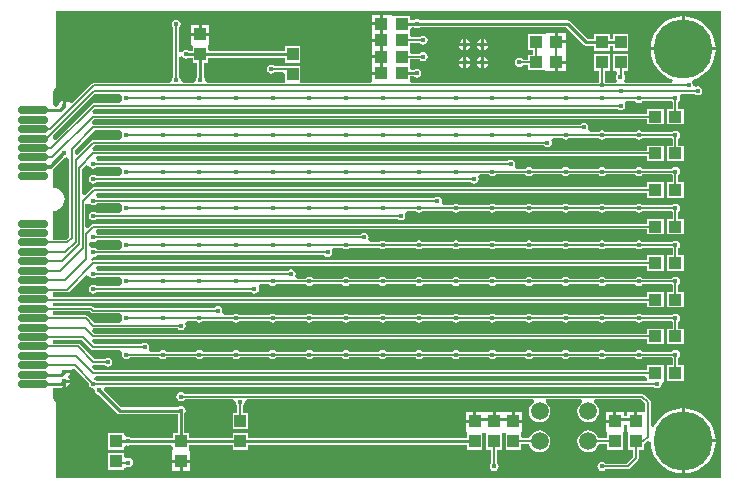
<source format=gbl>
G04 Layer_Physical_Order=2*
G04 Layer_Color=16711680*
%FSLAX25Y25*%
%MOIN*%
G70*
G01*
G75*
G04:AMPARAMS|DCode=13|XSize=23.62mil|YSize=100.39mil|CornerRadius=5.91mil|HoleSize=0mil|Usage=FLASHONLY|Rotation=270.000|XOffset=0mil|YOffset=0mil|HoleType=Round|Shape=RoundedRectangle|*
%AMROUNDEDRECTD13*
21,1,0.02362,0.08858,0,0,270.0*
21,1,0.01181,0.10039,0,0,270.0*
1,1,0.01181,-0.04429,-0.00591*
1,1,0.01181,-0.04429,0.00591*
1,1,0.01181,0.04429,0.00591*
1,1,0.01181,0.04429,-0.00591*
%
%ADD13ROUNDEDRECTD13*%
%ADD22C,0.01200*%
%ADD23C,0.01000*%
%ADD24C,0.00600*%
%ADD29C,0.19685*%
%ADD30C,0.05906*%
%ADD31C,0.01772*%
%ADD32R,0.03937X0.04331*%
%ADD33R,0.04331X0.03937*%
G36*
X558173Y331036D02*
X336583D01*
Y355118D01*
X336600D01*
X336461Y356175D01*
X336053Y357160D01*
X335665Y357666D01*
Y361280D01*
X338386D01*
X338386Y361280D01*
X338815Y361365D01*
X338894Y361418D01*
Y363409D01*
X339394D01*
Y363910D01*
X341217D01*
X341170Y364145D01*
X340753Y364769D01*
Y365156D01*
X341170Y365780D01*
X341217Y366016D01*
X339394D01*
Y367016D01*
X341617D01*
X341931Y367447D01*
X342815Y367513D01*
X347600Y362728D01*
X347564Y362547D01*
X347679Y361967D01*
X348007Y361476D01*
X348499Y361148D01*
X349079Y361032D01*
X349552Y360347D01*
X349667Y359767D01*
X349996Y359275D01*
X350487Y358947D01*
X350978Y358849D01*
X357039Y352788D01*
X357039Y352788D01*
X357403Y352545D01*
X357832Y352460D01*
X377179D01*
Y346165D01*
X375731D01*
Y344521D01*
X361785D01*
X361369Y344800D01*
X360789Y344915D01*
X360253Y344808D01*
X360202Y344804D01*
X359253Y345363D01*
Y346165D01*
X354116D01*
Y340635D01*
X359253D01*
Y341437D01*
X360202Y341996D01*
X360253Y341992D01*
X360789Y341885D01*
X361369Y342000D01*
X361785Y342279D01*
X375024D01*
X375731Y341571D01*
X375731Y340707D01*
X375331Y339872D01*
X375331Y339800D01*
Y337207D01*
X381269D01*
Y339800D01*
X381269Y339872D01*
X380869Y340707D01*
X380869Y340872D01*
Y342279D01*
X395532D01*
Y340635D01*
X400668D01*
Y342279D01*
X473631D01*
Y340635D01*
X478768D01*
Y345928D01*
X478768Y346093D01*
X478870Y346306D01*
X479980D01*
X480082Y346093D01*
X480082Y345928D01*
Y340635D01*
X481732D01*
Y336207D01*
X481579Y336104D01*
X481250Y335613D01*
X481135Y335033D01*
X481250Y334453D01*
X481579Y333962D01*
X482070Y333633D01*
X482650Y333518D01*
X483230Y333633D01*
X483721Y333962D01*
X484050Y334453D01*
X484165Y335033D01*
X484050Y335613D01*
X483721Y336104D01*
X483568Y336207D01*
Y340635D01*
X485218D01*
Y345928D01*
X485218Y346093D01*
X485321Y346306D01*
X486430D01*
X486531Y346093D01*
X486531Y345928D01*
Y340635D01*
X491669D01*
Y342482D01*
X494396D01*
X494397Y342473D01*
X494755Y341608D01*
X495324Y340866D01*
X496067Y340297D01*
X496931Y339939D01*
X497858Y339817D01*
X498786Y339939D01*
X499650Y340297D01*
X500392Y340866D01*
X500962Y341608D01*
X501320Y342473D01*
X501442Y343400D01*
X501320Y344327D01*
X500962Y345192D01*
X500392Y345934D01*
X499650Y346503D01*
X498786Y346861D01*
X497858Y346983D01*
X496931Y346861D01*
X496067Y346503D01*
X495324Y345934D01*
X494755Y345192D01*
X494397Y344327D01*
X494396Y344318D01*
X492376D01*
X491669Y345025D01*
X491669Y346093D01*
X492068Y346928D01*
X492068Y347000D01*
Y349593D01*
X489100D01*
Y350093D01*
X488600D01*
Y353258D01*
X486131D01*
Y353258D01*
X485618D01*
Y353258D01*
X483150D01*
Y350093D01*
X482150D01*
Y353258D01*
X479681D01*
Y353258D01*
X479169D01*
Y353258D01*
X476700D01*
Y350093D01*
X476200D01*
Y349593D01*
X473232D01*
Y347000D01*
X473232Y346928D01*
X473631Y346093D01*
X473631Y345928D01*
Y344521D01*
X400668D01*
Y346165D01*
X395532D01*
Y344521D01*
X380869D01*
Y346165D01*
X379421D01*
Y352585D01*
X379700Y353001D01*
X379815Y353581D01*
X379700Y354161D01*
X379371Y354652D01*
X378880Y354981D01*
X378300Y355096D01*
X377720Y354981D01*
X377304Y354703D01*
X358297D01*
X352564Y360435D01*
X352525Y360630D01*
X352992Y361430D01*
X353199Y361630D01*
X535834D01*
X535937Y361476D01*
X536428Y361148D01*
X537008Y361032D01*
X537588Y361148D01*
X538079Y361476D01*
X538408Y361967D01*
X538523Y362547D01*
X538518Y362573D01*
X539183Y363573D01*
X539183D01*
X539183Y363573D01*
Y368710D01*
X533652D01*
Y367059D01*
X349459D01*
X348630Y367888D01*
X349041Y368741D01*
X349114Y368819D01*
X352763D01*
X352866Y368665D01*
X353357Y368337D01*
X353937Y368221D01*
X354517Y368337D01*
X355008Y368665D01*
X355337Y369157D01*
X355452Y369736D01*
X355337Y370316D01*
X355008Y370807D01*
X354517Y371136D01*
X353937Y371251D01*
X353357Y371136D01*
X352866Y370807D01*
X352763Y370654D01*
X349459D01*
X344464Y375649D01*
X344166Y375848D01*
X343815Y375918D01*
X335665D01*
Y377232D01*
X345301D01*
X348430Y374103D01*
X348728Y373904D01*
X349079Y373834D01*
X358112D01*
X358647Y372834D01*
X358640Y372824D01*
X358524Y372244D01*
X358640Y371664D01*
X358968Y371173D01*
X359460Y370845D01*
X360039Y370729D01*
X360619Y370845D01*
X361111Y371173D01*
X361213Y371326D01*
X371070D01*
X371173Y371173D01*
X371664Y370845D01*
X372244Y370729D01*
X372824Y370845D01*
X373315Y371173D01*
X373418Y371326D01*
X383275D01*
X383378Y371173D01*
X383869Y370845D01*
X384449Y370729D01*
X385029Y370845D01*
X385520Y371173D01*
X385623Y371326D01*
X395480D01*
X395582Y371173D01*
X396074Y370845D01*
X396654Y370729D01*
X397233Y370845D01*
X397725Y371173D01*
X397827Y371326D01*
X407684D01*
X407787Y371173D01*
X408279Y370845D01*
X408858Y370729D01*
X409438Y370845D01*
X409930Y371173D01*
X410032Y371326D01*
X419889D01*
X419992Y371173D01*
X420483Y370845D01*
X421063Y370729D01*
X421643Y370845D01*
X422134Y371173D01*
X422237Y371326D01*
X432094D01*
X432197Y371173D01*
X432688Y370845D01*
X433268Y370729D01*
X433848Y370845D01*
X434339Y371173D01*
X434442Y371326D01*
X444299D01*
X444401Y371173D01*
X444893Y370845D01*
X445472Y370729D01*
X446052Y370845D01*
X446544Y371173D01*
X446646Y371326D01*
X456503D01*
X456606Y371173D01*
X457097Y370845D01*
X457677Y370729D01*
X458257Y370845D01*
X458748Y371173D01*
X458851Y371326D01*
X468708D01*
X468811Y371173D01*
X469302Y370845D01*
X469882Y370729D01*
X470462Y370845D01*
X470953Y371173D01*
X471056Y371326D01*
X480913D01*
X481015Y371173D01*
X481507Y370845D01*
X482087Y370729D01*
X482666Y370845D01*
X483158Y371173D01*
X483260Y371326D01*
X493118D01*
X493220Y371173D01*
X493712Y370845D01*
X494291Y370729D01*
X494871Y370845D01*
X495363Y371173D01*
X495465Y371326D01*
X505322D01*
X505425Y371173D01*
X505916Y370845D01*
X506496Y370729D01*
X507076Y370845D01*
X507567Y371173D01*
X507670Y371326D01*
X517527D01*
X517630Y371173D01*
X518121Y370845D01*
X518701Y370729D01*
X519280Y370845D01*
X519772Y371173D01*
X519875Y371326D01*
X529732D01*
X529834Y371173D01*
X530326Y370845D01*
X530905Y370729D01*
X531485Y370845D01*
X531977Y371173D01*
X532079Y371326D01*
X541936D01*
X542039Y371173D01*
X542193Y371070D01*
Y368710D01*
X540345D01*
Y363573D01*
X545876D01*
Y368710D01*
X544028D01*
Y371070D01*
X544181Y371173D01*
X544510Y371664D01*
X544625Y372244D01*
X544510Y372824D01*
X544181Y373315D01*
X543690Y373644D01*
X543110Y373759D01*
X542530Y373644D01*
X542039Y373315D01*
X541936Y373162D01*
X532079D01*
X531977Y373315D01*
X531485Y373644D01*
X530905Y373759D01*
X530326Y373644D01*
X529834Y373315D01*
X529732Y373162D01*
X519875D01*
X519772Y373315D01*
X519280Y373644D01*
X518701Y373759D01*
X518121Y373644D01*
X517630Y373315D01*
X517527Y373162D01*
X507670D01*
X507567Y373315D01*
X507076Y373644D01*
X506496Y373759D01*
X505916Y373644D01*
X505425Y373315D01*
X505322Y373162D01*
X495465D01*
X495363Y373315D01*
X494871Y373644D01*
X494291Y373759D01*
X493712Y373644D01*
X493220Y373315D01*
X493118Y373162D01*
X483260D01*
X483158Y373315D01*
X482666Y373644D01*
X482087Y373759D01*
X481507Y373644D01*
X481015Y373315D01*
X480913Y373162D01*
X471056D01*
X470953Y373315D01*
X470462Y373644D01*
X469882Y373759D01*
X469302Y373644D01*
X468811Y373315D01*
X468708Y373162D01*
X458851D01*
X458748Y373315D01*
X458257Y373644D01*
X457677Y373759D01*
X457097Y373644D01*
X456606Y373315D01*
X456503Y373162D01*
X446646D01*
X446544Y373315D01*
X446052Y373644D01*
X445472Y373759D01*
X444893Y373644D01*
X444401Y373315D01*
X444299Y373162D01*
X434442D01*
X434339Y373315D01*
X433848Y373644D01*
X433268Y373759D01*
X432688Y373644D01*
X432197Y373315D01*
X432094Y373162D01*
X422237D01*
X422134Y373315D01*
X421643Y373644D01*
X421063Y373759D01*
X420483Y373644D01*
X419992Y373315D01*
X419889Y373162D01*
X410032D01*
X409930Y373315D01*
X409438Y373644D01*
X408858Y373759D01*
X408279Y373644D01*
X407787Y373315D01*
X407684Y373162D01*
X397827D01*
X397725Y373315D01*
X397233Y373644D01*
X396654Y373759D01*
X396074Y373644D01*
X395582Y373315D01*
X395480Y373162D01*
X385623D01*
X385520Y373315D01*
X385029Y373644D01*
X384449Y373759D01*
X383869Y373644D01*
X383378Y373315D01*
X383275Y373162D01*
X373418D01*
X373315Y373315D01*
X372824Y373644D01*
X372244Y373759D01*
X371664Y373644D01*
X371173Y373315D01*
X371070Y373162D01*
X368069D01*
X367534Y374162D01*
X367541Y374172D01*
X367657Y374752D01*
X367541Y375332D01*
X367213Y375823D01*
X366722Y376152D01*
X366142Y376267D01*
X365562Y376152D01*
X365071Y375823D01*
X364968Y375670D01*
X349459D01*
X348630Y376499D01*
X349041Y377351D01*
X349114Y377429D01*
X533652D01*
Y375778D01*
X539183D01*
Y380915D01*
X533652D01*
Y379264D01*
X349459D01*
X348630Y380093D01*
X349041Y380945D01*
X349114Y381023D01*
X377173D01*
X377275Y380870D01*
X377767Y380541D01*
X378346Y380426D01*
X378926Y380541D01*
X379418Y380870D01*
X379746Y381361D01*
X379861Y381941D01*
X379746Y382521D01*
X379739Y382531D01*
X380274Y383531D01*
X383275D01*
X383378Y383378D01*
X383869Y383049D01*
X384449Y382934D01*
X385029Y383049D01*
X385520Y383378D01*
X385623Y383531D01*
X395480D01*
X395582Y383378D01*
X396074Y383049D01*
X396654Y382934D01*
X397233Y383049D01*
X397725Y383378D01*
X397827Y383531D01*
X407684D01*
X407787Y383378D01*
X408279Y383049D01*
X408858Y382934D01*
X409438Y383049D01*
X409930Y383378D01*
X410032Y383531D01*
X419889D01*
X419992Y383378D01*
X420483Y383049D01*
X421063Y382934D01*
X421643Y383049D01*
X422134Y383378D01*
X422237Y383531D01*
X432094D01*
X432197Y383378D01*
X432688Y383049D01*
X433268Y382934D01*
X433848Y383049D01*
X434339Y383378D01*
X434442Y383531D01*
X444299D01*
X444401Y383378D01*
X444893Y383049D01*
X445472Y382934D01*
X446052Y383049D01*
X446544Y383378D01*
X446646Y383531D01*
X456503D01*
X456606Y383378D01*
X457097Y383049D01*
X457677Y382934D01*
X458257Y383049D01*
X458748Y383378D01*
X458851Y383531D01*
X468708D01*
X468811Y383378D01*
X469302Y383049D01*
X469882Y382934D01*
X470462Y383049D01*
X470953Y383378D01*
X471056Y383531D01*
X480913D01*
X481015Y383378D01*
X481507Y383049D01*
X482087Y382934D01*
X482666Y383049D01*
X483158Y383378D01*
X483260Y383531D01*
X493118D01*
X493220Y383378D01*
X493712Y383049D01*
X494291Y382934D01*
X494871Y383049D01*
X495363Y383378D01*
X495465Y383531D01*
X505322D01*
X505425Y383378D01*
X505916Y383049D01*
X506496Y382934D01*
X507076Y383049D01*
X507567Y383378D01*
X507670Y383531D01*
X517527D01*
X517630Y383378D01*
X518121Y383049D01*
X518701Y382934D01*
X519280Y383049D01*
X519772Y383378D01*
X519875Y383531D01*
X529732D01*
X529834Y383378D01*
X530326Y383049D01*
X530905Y382934D01*
X531485Y383049D01*
X531977Y383378D01*
X532079Y383531D01*
X541936D01*
X542039Y383378D01*
X542193Y383275D01*
Y380915D01*
X540345D01*
Y375778D01*
X545876D01*
Y380915D01*
X544028D01*
Y383275D01*
X544181Y383378D01*
X544510Y383869D01*
X544625Y384449D01*
X544510Y385029D01*
X544181Y385520D01*
X543690Y385848D01*
X543110Y385964D01*
X542530Y385848D01*
X542039Y385520D01*
X541936Y385366D01*
X532079D01*
X531977Y385520D01*
X531485Y385848D01*
X530905Y385964D01*
X530326Y385848D01*
X529834Y385520D01*
X529732Y385366D01*
X519875D01*
X519772Y385520D01*
X519280Y385848D01*
X518701Y385964D01*
X518121Y385848D01*
X517630Y385520D01*
X517527Y385366D01*
X507670D01*
X507567Y385520D01*
X507076Y385848D01*
X506496Y385964D01*
X505916Y385848D01*
X505425Y385520D01*
X505322Y385366D01*
X495465D01*
X495363Y385520D01*
X494871Y385848D01*
X494291Y385964D01*
X493712Y385848D01*
X493220Y385520D01*
X493118Y385366D01*
X483260D01*
X483158Y385520D01*
X482666Y385848D01*
X482087Y385964D01*
X481507Y385848D01*
X481015Y385520D01*
X480913Y385366D01*
X471056D01*
X470953Y385520D01*
X470462Y385848D01*
X469882Y385964D01*
X469302Y385848D01*
X468811Y385520D01*
X468708Y385366D01*
X458851D01*
X458748Y385520D01*
X458257Y385848D01*
X457677Y385964D01*
X457097Y385848D01*
X456606Y385520D01*
X456503Y385366D01*
X446646D01*
X446544Y385520D01*
X446052Y385848D01*
X445472Y385964D01*
X444893Y385848D01*
X444401Y385520D01*
X444299Y385366D01*
X434442D01*
X434339Y385520D01*
X433848Y385848D01*
X433268Y385964D01*
X432688Y385848D01*
X432197Y385520D01*
X432094Y385366D01*
X422237D01*
X422134Y385520D01*
X421643Y385848D01*
X421063Y385964D01*
X420483Y385848D01*
X419992Y385520D01*
X419889Y385366D01*
X410032D01*
X409930Y385520D01*
X409438Y385848D01*
X408858Y385964D01*
X408279Y385848D01*
X407787Y385520D01*
X407684Y385366D01*
X397827D01*
X397725Y385520D01*
X397233Y385848D01*
X396654Y385964D01*
X396074Y385848D01*
X395582Y385520D01*
X395480Y385366D01*
X392478D01*
X391944Y386366D01*
X391951Y386377D01*
X392066Y386957D01*
X391951Y387536D01*
X391622Y388028D01*
X391131Y388356D01*
X390551Y388472D01*
X389971Y388356D01*
X389480Y388028D01*
X389377Y387874D01*
X349459D01*
X349086Y388247D01*
X348788Y388446D01*
X348437Y388516D01*
X335665D01*
Y389633D01*
X533652D01*
Y387983D01*
X539183D01*
Y393120D01*
X533652D01*
Y391469D01*
X335665D01*
Y392980D01*
X340220D01*
X340572Y393050D01*
X340869Y393249D01*
X346584Y398963D01*
X347669Y398634D01*
X347679Y398582D01*
X348007Y398090D01*
X348499Y397762D01*
X349079Y397646D01*
X349658Y397762D01*
X350150Y398090D01*
X350253Y398244D01*
X358112D01*
X358647Y397244D01*
X358640Y397233D01*
X358524Y396654D01*
X358640Y396074D01*
X358647Y396063D01*
X358112Y395063D01*
X350253D01*
X350150Y395217D01*
X349658Y395545D01*
X349079Y395661D01*
X348499Y395545D01*
X348007Y395217D01*
X347679Y394725D01*
X347564Y394146D01*
X347679Y393566D01*
X348007Y393074D01*
X348499Y392746D01*
X349079Y392631D01*
X349658Y392746D01*
X350150Y393074D01*
X350253Y393228D01*
X401582Y393228D01*
X401685Y393074D01*
X402176Y392746D01*
X402756Y392631D01*
X403336Y392746D01*
X403827Y393074D01*
X404155Y393566D01*
X404271Y394146D01*
X404155Y394725D01*
X404148Y394736D01*
X404683Y395736D01*
X407684D01*
X407787Y395582D01*
X408279Y395254D01*
X408858Y395139D01*
X409438Y395254D01*
X409930Y395582D01*
X410032Y395736D01*
X419889D01*
X419992Y395582D01*
X420483Y395254D01*
X421063Y395139D01*
X421643Y395254D01*
X422134Y395582D01*
X422237Y395736D01*
X432094D01*
X432197Y395582D01*
X432688Y395254D01*
X433268Y395139D01*
X433848Y395254D01*
X434339Y395582D01*
X434442Y395736D01*
X444299D01*
X444401Y395582D01*
X444893Y395254D01*
X445472Y395139D01*
X446052Y395254D01*
X446544Y395582D01*
X446646Y395736D01*
X456503D01*
X456606Y395582D01*
X457097Y395254D01*
X457677Y395139D01*
X458257Y395254D01*
X458748Y395582D01*
X458851Y395736D01*
X468708D01*
X468811Y395582D01*
X469302Y395254D01*
X469882Y395139D01*
X470462Y395254D01*
X470953Y395582D01*
X471056Y395736D01*
X480913D01*
X481015Y395582D01*
X481507Y395254D01*
X482087Y395139D01*
X482666Y395254D01*
X483158Y395582D01*
X483260Y395736D01*
X493118D01*
X493220Y395582D01*
X493712Y395254D01*
X494291Y395139D01*
X494871Y395254D01*
X495363Y395582D01*
X495465Y395736D01*
X505322D01*
X505425Y395582D01*
X505916Y395254D01*
X506496Y395139D01*
X507076Y395254D01*
X507567Y395582D01*
X507670Y395736D01*
X517527D01*
X517630Y395582D01*
X518121Y395254D01*
X518701Y395139D01*
X519280Y395254D01*
X519772Y395582D01*
X519875Y395736D01*
X529732D01*
X529834Y395582D01*
X530326Y395254D01*
X530905Y395139D01*
X531485Y395254D01*
X531977Y395582D01*
X532079Y395736D01*
X541936D01*
X542039Y395582D01*
X542193Y395480D01*
Y393120D01*
X540345D01*
Y387983D01*
X545876D01*
Y393120D01*
X544028D01*
Y395480D01*
X544181Y395582D01*
X544510Y396074D01*
X544625Y396654D01*
X544510Y397233D01*
X544181Y397725D01*
X543690Y398053D01*
X543110Y398168D01*
X542530Y398053D01*
X542039Y397725D01*
X541936Y397571D01*
X532079D01*
X531977Y397725D01*
X531485Y398053D01*
X530905Y398168D01*
X530326Y398053D01*
X529834Y397725D01*
X529732Y397571D01*
X519875D01*
X519772Y397725D01*
X519280Y398053D01*
X518701Y398168D01*
X518121Y398053D01*
X517630Y397725D01*
X517527Y397571D01*
X507670D01*
X507567Y397725D01*
X507076Y398053D01*
X506496Y398168D01*
X505916Y398053D01*
X505425Y397725D01*
X505322Y397571D01*
X495465D01*
X495363Y397725D01*
X494871Y398053D01*
X494291Y398168D01*
X493712Y398053D01*
X493220Y397725D01*
X493118Y397571D01*
X483260D01*
X483158Y397725D01*
X482666Y398053D01*
X482087Y398168D01*
X481507Y398053D01*
X481015Y397725D01*
X480913Y397571D01*
X471056D01*
X470953Y397725D01*
X470462Y398053D01*
X469882Y398168D01*
X469302Y398053D01*
X468811Y397725D01*
X468708Y397571D01*
X458851D01*
X458748Y397725D01*
X458257Y398053D01*
X457677Y398168D01*
X457097Y398053D01*
X456606Y397725D01*
X456503Y397571D01*
X446646D01*
X446544Y397725D01*
X446052Y398053D01*
X445472Y398168D01*
X444893Y398053D01*
X444401Y397725D01*
X444299Y397571D01*
X434442D01*
X434339Y397725D01*
X433848Y398053D01*
X433268Y398168D01*
X432688Y398053D01*
X432197Y397725D01*
X432094Y397571D01*
X422237D01*
X422134Y397725D01*
X421643Y398053D01*
X421063Y398168D01*
X420483Y398053D01*
X419992Y397725D01*
X419889Y397571D01*
X416888D01*
X416353Y398571D01*
X416360Y398582D01*
X416476Y399161D01*
X416360Y399741D01*
X416032Y400233D01*
X415540Y400561D01*
X414961Y400676D01*
X414381Y400561D01*
X413889Y400233D01*
X413787Y400079D01*
X350253D01*
X350150Y400233D01*
X349974Y401430D01*
X349983Y401455D01*
X350267Y401838D01*
X533652D01*
Y400187D01*
X539183D01*
Y405324D01*
X533652D01*
Y403674D01*
X349079D01*
X348852Y403628D01*
X348397Y404077D01*
X348278Y404249D01*
X348469Y404478D01*
X349014Y404848D01*
X349079Y404836D01*
X349658Y404951D01*
X350150Y405279D01*
X350253Y405433D01*
X425991D01*
X426094Y405279D01*
X426586Y404951D01*
X427165Y404836D01*
X427745Y404951D01*
X428237Y405279D01*
X428565Y405771D01*
X428680Y406350D01*
X428565Y406930D01*
X428558Y406941D01*
X429093Y407941D01*
X432094D01*
X432197Y407787D01*
X432688Y407459D01*
X433268Y407343D01*
X433848Y407459D01*
X434339Y407787D01*
X434442Y407941D01*
X444299D01*
X444401Y407787D01*
X444893Y407459D01*
X445472Y407343D01*
X446052Y407459D01*
X446544Y407787D01*
X446646Y407941D01*
X456503D01*
X456606Y407787D01*
X457097Y407459D01*
X457677Y407343D01*
X458257Y407459D01*
X458748Y407787D01*
X458851Y407941D01*
X468708D01*
X468811Y407787D01*
X469302Y407459D01*
X469882Y407343D01*
X470462Y407459D01*
X470953Y407787D01*
X471056Y407941D01*
X480913D01*
X481015Y407787D01*
X481507Y407459D01*
X482087Y407343D01*
X482666Y407459D01*
X483158Y407787D01*
X483260Y407941D01*
X493118D01*
X493220Y407787D01*
X493712Y407459D01*
X494291Y407343D01*
X494871Y407459D01*
X495363Y407787D01*
X495465Y407941D01*
X505322D01*
X505425Y407787D01*
X505916Y407459D01*
X506496Y407343D01*
X507076Y407459D01*
X507567Y407787D01*
X507670Y407941D01*
X517527D01*
X517630Y407787D01*
X518121Y407459D01*
X518701Y407343D01*
X519280Y407459D01*
X519772Y407787D01*
X519875Y407941D01*
X529732D01*
X529834Y407787D01*
X530326Y407459D01*
X530905Y407343D01*
X531485Y407459D01*
X531977Y407787D01*
X532079Y407941D01*
X541936D01*
X542039Y407787D01*
X542193Y407684D01*
Y405324D01*
X540345D01*
Y400187D01*
X545876D01*
Y405324D01*
X544028D01*
Y407684D01*
X544181Y407787D01*
X544510Y408279D01*
X544625Y408858D01*
X544510Y409438D01*
X544181Y409930D01*
X543690Y410258D01*
X543110Y410373D01*
X542530Y410258D01*
X542039Y409930D01*
X541936Y409776D01*
X532079D01*
X531977Y409930D01*
X531485Y410258D01*
X530905Y410373D01*
X530326Y410258D01*
X529834Y409930D01*
X529732Y409776D01*
X519875D01*
X519772Y409930D01*
X519280Y410258D01*
X518701Y410373D01*
X518121Y410258D01*
X517630Y409930D01*
X517527Y409776D01*
X507670D01*
X507567Y409930D01*
X507076Y410258D01*
X506496Y410373D01*
X505916Y410258D01*
X505425Y409930D01*
X505322Y409776D01*
X495465D01*
X495363Y409930D01*
X494871Y410258D01*
X494291Y410373D01*
X493712Y410258D01*
X493220Y409930D01*
X493118Y409776D01*
X483260D01*
X483158Y409930D01*
X482666Y410258D01*
X482087Y410373D01*
X481507Y410258D01*
X481015Y409930D01*
X480913Y409776D01*
X471056D01*
X470953Y409930D01*
X470462Y410258D01*
X469882Y410373D01*
X469302Y410258D01*
X468811Y409930D01*
X468708Y409776D01*
X458851D01*
X458748Y409930D01*
X458257Y410258D01*
X457677Y410373D01*
X457097Y410258D01*
X456606Y409930D01*
X456503Y409776D01*
X446646D01*
X446544Y409930D01*
X446052Y410258D01*
X445472Y410373D01*
X444893Y410258D01*
X444401Y409930D01*
X444299Y409776D01*
X441297D01*
X440763Y410776D01*
X440770Y410786D01*
X440885Y411366D01*
X440770Y411946D01*
X440441Y412437D01*
X439950Y412766D01*
X439370Y412881D01*
X438790Y412766D01*
X438299Y412437D01*
X438196Y412284D01*
X350253D01*
X350150Y412437D01*
X349974Y413634D01*
X349983Y413660D01*
X350267Y414043D01*
X533652D01*
Y412392D01*
X539183D01*
Y417529D01*
X533652D01*
Y415878D01*
X349079D01*
X348728Y415808D01*
X348430Y415610D01*
X347375Y414554D01*
X346451Y414937D01*
Y422313D01*
X346818Y422587D01*
X348007Y422500D01*
X348499Y422171D01*
X349079Y422056D01*
X349658Y422171D01*
X350150Y422500D01*
X350253Y422653D01*
X358112D01*
X358647Y421653D01*
X358640Y421643D01*
X358524Y421063D01*
X358640Y420483D01*
X358647Y420473D01*
X358112Y419473D01*
X350253D01*
X350150Y419626D01*
X349658Y419955D01*
X349079Y420070D01*
X348499Y419955D01*
X348007Y419626D01*
X347679Y419135D01*
X347564Y418555D01*
X347679Y417975D01*
X348007Y417484D01*
X348499Y417156D01*
X349079Y417040D01*
X349658Y417156D01*
X350150Y417484D01*
X350253Y417637D01*
X450401Y417637D01*
X450504Y417484D01*
X450995Y417156D01*
X451575Y417040D01*
X452155Y417156D01*
X452646Y417484D01*
X452974Y417975D01*
X453090Y418555D01*
X452974Y419135D01*
X452967Y419145D01*
X453502Y420145D01*
X456503D01*
X456606Y419992D01*
X457097Y419663D01*
X457677Y419548D01*
X458257Y419663D01*
X458748Y419992D01*
X458851Y420145D01*
X468708D01*
X468811Y419992D01*
X469302Y419663D01*
X469882Y419548D01*
X470462Y419663D01*
X470953Y419992D01*
X471056Y420145D01*
X480913D01*
X481015Y419992D01*
X481507Y419663D01*
X482087Y419548D01*
X482666Y419663D01*
X483158Y419992D01*
X483260Y420145D01*
X493118D01*
X493220Y419992D01*
X493712Y419663D01*
X494291Y419548D01*
X494871Y419663D01*
X495363Y419992D01*
X495465Y420145D01*
X505322D01*
X505425Y419992D01*
X505916Y419663D01*
X506496Y419548D01*
X507076Y419663D01*
X507567Y419992D01*
X507670Y420145D01*
X517527D01*
X517630Y419992D01*
X518121Y419663D01*
X518701Y419548D01*
X519280Y419663D01*
X519772Y419992D01*
X519875Y420145D01*
X529732D01*
X529834Y419992D01*
X530326Y419663D01*
X530905Y419548D01*
X531485Y419663D01*
X531977Y419992D01*
X532079Y420145D01*
X541936D01*
X542039Y419992D01*
X542193Y419889D01*
Y417529D01*
X540345D01*
Y412392D01*
X545876D01*
Y417529D01*
X544028D01*
Y419889D01*
X544181Y419992D01*
X544510Y420483D01*
X544625Y421063D01*
X544510Y421643D01*
X544181Y422134D01*
X543690Y422463D01*
X543110Y422578D01*
X542530Y422463D01*
X542039Y422134D01*
X541936Y421981D01*
X532079D01*
X531977Y422134D01*
X531485Y422463D01*
X530905Y422578D01*
X530326Y422463D01*
X529834Y422134D01*
X529732Y421981D01*
X519875D01*
X519772Y422134D01*
X519280Y422463D01*
X518701Y422578D01*
X518121Y422463D01*
X517630Y422134D01*
X517527Y421981D01*
X507670D01*
X507567Y422134D01*
X507076Y422463D01*
X506496Y422578D01*
X505916Y422463D01*
X505425Y422134D01*
X505322Y421981D01*
X495465D01*
X495363Y422134D01*
X494871Y422463D01*
X494291Y422578D01*
X493712Y422463D01*
X493220Y422134D01*
X493118Y421981D01*
X483260D01*
X483158Y422134D01*
X482666Y422463D01*
X482087Y422578D01*
X481507Y422463D01*
X481015Y422134D01*
X480913Y421981D01*
X471056D01*
X470953Y422134D01*
X470462Y422463D01*
X469882Y422578D01*
X469302Y422463D01*
X468811Y422134D01*
X468708Y421981D01*
X465707D01*
X465172Y422981D01*
X465179Y422991D01*
X465295Y423571D01*
X465179Y424151D01*
X464851Y424642D01*
X464359Y424970D01*
X463779Y425086D01*
X463200Y424970D01*
X462708Y424642D01*
X462606Y424488D01*
X350253Y424488D01*
X350150Y424642D01*
X350019Y425841D01*
X350322Y426248D01*
X533652D01*
Y424597D01*
X539183D01*
Y429734D01*
X533652D01*
Y428083D01*
X349150D01*
X348798Y428013D01*
X348501Y427814D01*
X346175Y425488D01*
X345251Y425871D01*
Y434244D01*
X346584Y435577D01*
X347669Y435248D01*
X347679Y435196D01*
X348007Y434704D01*
X348499Y434376D01*
X349079Y434261D01*
X349658Y434376D01*
X350150Y434704D01*
X350253Y434858D01*
X358112D01*
X358647Y433858D01*
X358640Y433848D01*
X358524Y433268D01*
X358640Y432688D01*
X358647Y432678D01*
X358112Y431677D01*
X350253D01*
X350150Y431831D01*
X349658Y432160D01*
X349079Y432275D01*
X348499Y432160D01*
X348007Y431831D01*
X347679Y431340D01*
X347564Y430760D01*
X347679Y430180D01*
X348007Y429689D01*
X348499Y429360D01*
X349079Y429245D01*
X349658Y429360D01*
X350150Y429689D01*
X350253Y429842D01*
X474810D01*
X474913Y429689D01*
X475405Y429360D01*
X475984Y429245D01*
X476564Y429360D01*
X477056Y429689D01*
X477384Y430180D01*
X477499Y430760D01*
X477384Y431340D01*
X477377Y431350D01*
X477911Y432350D01*
X480913D01*
X481015Y432197D01*
X481507Y431868D01*
X482087Y431753D01*
X482666Y431868D01*
X483158Y432197D01*
X483260Y432350D01*
X493118D01*
X493220Y432197D01*
X493712Y431868D01*
X494291Y431753D01*
X494871Y431868D01*
X495363Y432197D01*
X495465Y432350D01*
X505322D01*
X505425Y432197D01*
X505916Y431868D01*
X506496Y431753D01*
X507076Y431868D01*
X507567Y432197D01*
X507670Y432350D01*
X517527D01*
X517630Y432197D01*
X518121Y431868D01*
X518701Y431753D01*
X519280Y431868D01*
X519772Y432197D01*
X519875Y432350D01*
X529732D01*
X529834Y432197D01*
X530326Y431868D01*
X530905Y431753D01*
X531485Y431868D01*
X531977Y432197D01*
X532079Y432350D01*
X541936D01*
X542039Y432197D01*
X542193Y432094D01*
Y429734D01*
X540345D01*
Y424597D01*
X545876D01*
Y429734D01*
X544028D01*
Y432094D01*
X544181Y432197D01*
X544510Y432688D01*
X544625Y433268D01*
X544510Y433848D01*
X544181Y434339D01*
X543690Y434667D01*
X543110Y434783D01*
X542530Y434667D01*
X542039Y434339D01*
X541936Y434185D01*
X532079D01*
X531977Y434339D01*
X531485Y434667D01*
X530905Y434783D01*
X530326Y434667D01*
X529834Y434339D01*
X529732Y434185D01*
X519875D01*
X519772Y434339D01*
X519280Y434667D01*
X518701Y434783D01*
X518121Y434667D01*
X517630Y434339D01*
X517527Y434185D01*
X507670D01*
X507567Y434339D01*
X507076Y434667D01*
X506496Y434783D01*
X505916Y434667D01*
X505425Y434339D01*
X505322Y434185D01*
X495465D01*
X495363Y434339D01*
X494871Y434667D01*
X494291Y434783D01*
X493712Y434667D01*
X493220Y434339D01*
X493118Y434185D01*
X490116D01*
X489582Y435185D01*
X489589Y435196D01*
X489704Y435776D01*
X489589Y436355D01*
X489260Y436847D01*
X488769Y437175D01*
X488189Y437290D01*
X487609Y437175D01*
X487118Y436847D01*
X487015Y436693D01*
X350253D01*
X350150Y436847D01*
X349974Y438044D01*
X349983Y438069D01*
X350267Y438452D01*
X533652D01*
Y436802D01*
X539183D01*
Y441939D01*
X533652D01*
Y440288D01*
X349114D01*
X349041Y440366D01*
X348630Y441218D01*
X349459Y442047D01*
X499220D01*
X499323Y441893D01*
X499814Y441565D01*
X500394Y441450D01*
X500973Y441565D01*
X501465Y441893D01*
X501793Y442385D01*
X501909Y442965D01*
X501793Y443544D01*
X501786Y443555D01*
X502321Y444555D01*
X505322D01*
X505425Y444401D01*
X505916Y444073D01*
X506496Y443958D01*
X507076Y444073D01*
X507567Y444401D01*
X507670Y444555D01*
X517527D01*
X517630Y444401D01*
X518121Y444073D01*
X518701Y443958D01*
X519280Y444073D01*
X519772Y444401D01*
X519875Y444555D01*
X529732D01*
X529834Y444401D01*
X530326Y444073D01*
X530905Y443958D01*
X531485Y444073D01*
X531977Y444401D01*
X532079Y444555D01*
X541936D01*
X542039Y444401D01*
X542193Y444299D01*
Y441939D01*
X540345D01*
Y436802D01*
X545876D01*
Y441939D01*
X544028D01*
Y444299D01*
X544181Y444401D01*
X544510Y444893D01*
X544625Y445472D01*
X544510Y446052D01*
X544181Y446544D01*
X543690Y446872D01*
X543110Y446987D01*
X542530Y446872D01*
X542039Y446544D01*
X541936Y446390D01*
X532079D01*
X531977Y446544D01*
X531485Y446872D01*
X530905Y446987D01*
X530326Y446872D01*
X529834Y446544D01*
X529732Y446390D01*
X519875D01*
X519772Y446544D01*
X519280Y446872D01*
X518701Y446987D01*
X518121Y446872D01*
X517630Y446544D01*
X517527Y446390D01*
X514526D01*
X513991Y447390D01*
X513998Y447401D01*
X514113Y447980D01*
X513998Y448560D01*
X513670Y449052D01*
X513178Y449380D01*
X512598Y449495D01*
X512019Y449380D01*
X511527Y449052D01*
X511425Y448898D01*
X349079D01*
X349014Y448885D01*
X348605Y449457D01*
X348507Y449792D01*
X349372Y450657D01*
X533652D01*
Y449006D01*
X539183D01*
Y454143D01*
X533652D01*
Y452492D01*
X349185D01*
X348872Y452954D01*
X348740Y453462D01*
X349530Y454252D01*
X523629D01*
X523732Y454098D01*
X524223Y453770D01*
X524803Y453654D01*
X525383Y453770D01*
X525874Y454098D01*
X526203Y454590D01*
X526318Y455169D01*
X526203Y455749D01*
X526196Y455759D01*
X526730Y456760D01*
X529732D01*
X529834Y456606D01*
X530326Y456278D01*
X530905Y456162D01*
X531485Y456278D01*
X531977Y456606D01*
X532079Y456760D01*
X541936D01*
X542039Y456606D01*
X542193Y456503D01*
Y454143D01*
X540345D01*
Y449006D01*
X545876D01*
Y454143D01*
X544028D01*
Y456503D01*
X544181Y456606D01*
X544510Y457097D01*
X544625Y457677D01*
X544510Y458257D01*
X544503Y458267D01*
X545037Y459267D01*
X549408D01*
X549511Y459114D01*
X550002Y458785D01*
X550582Y458670D01*
X551162Y458785D01*
X551653Y459114D01*
X551982Y459605D01*
X552097Y460185D01*
X551982Y460765D01*
X551653Y461256D01*
X551162Y461585D01*
X550582Y461700D01*
X550002Y461585D01*
X549927Y461534D01*
X549420Y461775D01*
X548971Y462098D01*
X548880Y462556D01*
X548748Y462753D01*
X549000Y463771D01*
X549052Y463855D01*
X550628Y464508D01*
X552083Y465400D01*
X553381Y466508D01*
X554490Y467806D01*
X555381Y469261D01*
X556034Y470838D01*
X556433Y472497D01*
X556527Y473698D01*
X534854D01*
X534948Y472497D01*
X535347Y470838D01*
X536000Y469261D01*
X536892Y467806D01*
X538000Y466508D01*
X539298Y465400D01*
X540753Y464508D01*
X542330Y463855D01*
X542067Y462903D01*
X526324D01*
X526058Y463397D01*
X525925Y463904D01*
X526175Y464279D01*
X526291Y464858D01*
X526175Y465438D01*
X525874Y465888D01*
X526075Y466888D01*
X527368D01*
Y472419D01*
X522231D01*
Y466888D01*
X523369D01*
X523621Y466169D01*
X523677Y465888D01*
X523376Y465438D01*
X523261Y464858D01*
X523376Y464279D01*
X523627Y463904D01*
X523493Y463397D01*
X523227Y462903D01*
X519783D01*
X519671Y463071D01*
X519518Y463174D01*
Y466888D01*
X521169D01*
Y472419D01*
X516032D01*
Y466888D01*
X517682D01*
Y463174D01*
X517529Y463071D01*
X517417Y462903D01*
X455305D01*
X454565Y463531D01*
X454565Y463904D01*
Y464978D01*
X455904D01*
X456320Y464700D01*
X456900Y464585D01*
X457480Y464700D01*
X457971Y465029D01*
X458300Y465520D01*
X458415Y466100D01*
X458300Y466680D01*
X457971Y467171D01*
X457480Y467500D01*
X456900Y467615D01*
X456320Y467500D01*
X455904Y467222D01*
X455272D01*
X454565Y467929D01*
X454565Y468669D01*
X454565Y469668D01*
Y470682D01*
X457826D01*
X457929Y470529D01*
X458420Y470200D01*
X459000Y470085D01*
X459580Y470200D01*
X460071Y470529D01*
X460400Y471020D01*
X460515Y471600D01*
X460400Y472180D01*
X460071Y472671D01*
X459580Y473000D01*
X459000Y473115D01*
X458420Y473000D01*
X457929Y472671D01*
X457826Y472518D01*
X455272D01*
X454565Y473225D01*
X454565Y474184D01*
X454565Y475184D01*
Y476190D01*
X457826D01*
X457929Y476037D01*
X458420Y475708D01*
X459000Y475593D01*
X459580Y475708D01*
X460071Y476037D01*
X460400Y476528D01*
X460515Y477108D01*
X460400Y477688D01*
X460071Y478179D01*
X459580Y478508D01*
X459000Y478623D01*
X458420Y478508D01*
X457929Y478179D01*
X457826Y478025D01*
X455272D01*
X454565Y478733D01*
X454565Y479676D01*
X454565Y480771D01*
X455272Y481478D01*
X455904D01*
X456320Y481200D01*
X456900Y481085D01*
X457480Y481200D01*
X457896Y481478D01*
X506735D01*
X512661Y475553D01*
X512661Y475553D01*
X513024Y475310D01*
X513453Y475225D01*
X513454Y475225D01*
X516032D01*
Y473581D01*
X521169D01*
Y475225D01*
X522231D01*
Y473581D01*
X527368D01*
Y479112D01*
X522231D01*
Y477468D01*
X521169D01*
Y479112D01*
X516032D01*
Y477468D01*
X513918D01*
X507993Y483393D01*
X507629Y483636D01*
X507200Y483722D01*
X507200Y483722D01*
X457896D01*
X457480Y484000D01*
X456900Y484115D01*
X456320Y484000D01*
X455904Y483722D01*
X454565D01*
Y485169D01*
X449272D01*
X449107Y485169D01*
X448272Y485569D01*
X448200Y485569D01*
X445607D01*
Y482600D01*
X445107D01*
Y482100D01*
X441942D01*
Y479632D01*
Y477608D01*
X445107D01*
Y476608D01*
X441942D01*
Y474139D01*
Y472116D01*
X445107D01*
Y471116D01*
X441942D01*
Y468647D01*
Y466600D01*
X445107D01*
Y465600D01*
X441942D01*
X441942Y463132D01*
X441036Y462903D01*
X419052D01*
X418069Y462943D01*
X418069Y463904D01*
Y468474D01*
X412931D01*
Y468319D01*
X409574D01*
X409471Y468473D01*
X408980Y468801D01*
X408400Y468917D01*
X407820Y468801D01*
X407329Y468473D01*
X407000Y467981D01*
X406885Y467402D01*
X407000Y466822D01*
X407329Y466330D01*
X407820Y466002D01*
X408400Y465887D01*
X408980Y466002D01*
X409471Y466330D01*
X409574Y466484D01*
X412224D01*
X412931Y465777D01*
X412931Y462943D01*
X411948Y462903D01*
X387071D01*
X386271Y463776D01*
X386156Y464355D01*
X385866Y464789D01*
Y469636D01*
X387313D01*
Y471280D01*
X412931D01*
Y469636D01*
X418069D01*
Y475167D01*
X412931D01*
Y473523D01*
X388020D01*
X387313Y474230D01*
X387313Y475095D01*
X387713Y475929D01*
X387713Y476001D01*
Y478594D01*
X381776D01*
Y476001D01*
X381776Y475929D01*
X382176Y475095D01*
X382176Y474929D01*
Y473522D01*
X380996D01*
X380580Y473800D01*
X380000Y473915D01*
X379420Y473800D01*
X378929Y473471D01*
X378600Y472980D01*
X377618Y473165D01*
Y481228D01*
X377771Y481330D01*
X378100Y481822D01*
X378215Y482402D01*
X378100Y482981D01*
X377771Y483473D01*
X377280Y483801D01*
X376700Y483917D01*
X376120Y483801D01*
X375629Y483473D01*
X375300Y482981D01*
X375185Y482402D01*
X375300Y481822D01*
X375629Y481330D01*
X375782Y481228D01*
Y464949D01*
X375629Y464847D01*
X375300Y464355D01*
X375185Y463776D01*
X374385Y462903D01*
X349159D01*
X348808Y462834D01*
X348510Y462635D01*
X342085Y456209D01*
X340876Y456415D01*
X340781Y456557D01*
X340157Y456973D01*
X339921Y457020D01*
Y455197D01*
X338921D01*
Y457020D01*
X338685Y456973D01*
X338062Y456557D01*
X337645Y455933D01*
X337529Y455349D01*
X336610Y454927D01*
X335665Y455315D01*
Y460051D01*
X336053Y460556D01*
X336461Y461541D01*
X336600Y462598D01*
X336583D01*
Y486681D01*
X558173D01*
Y331036D01*
D02*
G37*
G36*
X378929Y471329D02*
X379420Y471000D01*
X380000Y470885D01*
X380580Y471000D01*
X380996Y471278D01*
X382176D01*
Y469636D01*
X383623D01*
Y464754D01*
X383356Y464355D01*
X383241Y463776D01*
X382440Y462903D01*
X379015D01*
X378215Y463776D01*
X378100Y464355D01*
X377771Y464847D01*
X377618Y464949D01*
Y471635D01*
X378600Y471820D01*
X378929Y471329D01*
D02*
G37*
G36*
X358647Y458267D02*
X358640Y458257D01*
X358524Y457677D01*
X358640Y457097D01*
X358647Y457087D01*
X358112Y456087D01*
X349150D01*
X348798Y456017D01*
X348501Y455818D01*
X336589Y443907D01*
X335665Y444289D01*
Y445391D01*
X349541Y459267D01*
X358112D01*
X358647Y458267D01*
D02*
G37*
G36*
Y446063D02*
X358640Y446052D01*
X358524Y445472D01*
X358640Y444893D01*
X358647Y444882D01*
X358112Y443882D01*
X349079D01*
X348728Y443812D01*
X348430Y443613D01*
X343775Y438958D01*
X342851Y439341D01*
Y440455D01*
X349459Y447063D01*
X358112D01*
X358647Y446063D01*
D02*
G37*
G36*
X341015Y437446D02*
Y411526D01*
X340053Y410563D01*
X335665D01*
Y420130D01*
X336671Y420262D01*
X337608Y420650D01*
X338413Y421268D01*
X339031Y422073D01*
X339419Y423010D01*
X339551Y424016D01*
X339419Y425022D01*
X339031Y425959D01*
X338413Y426764D01*
X337608Y427381D01*
X336671Y427769D01*
X335665Y427902D01*
Y433915D01*
X335759Y433977D01*
X339690Y437909D01*
X340001Y437970D01*
X340015Y437980D01*
X341015Y437446D01*
D02*
G37*
G36*
X358647Y409448D02*
X358640Y409438D01*
X358524Y408858D01*
X358640Y408279D01*
X358647Y408268D01*
X358112Y407268D01*
X350253D01*
X350150Y407422D01*
X349658Y407750D01*
X349079Y407865D01*
X348651Y407780D01*
X348185Y407986D01*
X347659Y408379D01*
Y409337D01*
X348185Y409731D01*
X348651Y409936D01*
X349079Y409851D01*
X349658Y409967D01*
X350150Y410295D01*
X350253Y410449D01*
X358112D01*
X358647Y409448D01*
D02*
G37*
G36*
X348430Y386308D02*
X348728Y386109D01*
X349079Y386039D01*
X358112D01*
X358647Y385039D01*
X358640Y385029D01*
X358524Y384449D01*
X358640Y383869D01*
X358647Y383859D01*
X358112Y382859D01*
X349459D01*
X347220Y385098D01*
X346922Y385297D01*
X346571Y385367D01*
X335665D01*
Y386681D01*
X348057D01*
X348430Y386308D01*
D02*
G37*
G36*
X533628Y364542D02*
X533545Y363561D01*
X532697Y363465D01*
X350253D01*
X350150Y363618D01*
X349658Y363947D01*
X349580Y363962D01*
X349421Y364224D01*
X349984Y365224D01*
X532945D01*
X533628Y364542D01*
D02*
G37*
%LPC*%
G36*
X444607Y485569D02*
X441942D01*
Y483100D01*
X444607D01*
Y485569D01*
D02*
G37*
G36*
X387713Y482260D02*
X385244D01*
Y479595D01*
X387713D01*
Y482260D01*
D02*
G37*
G36*
X384244D02*
X381776D01*
Y479595D01*
X384244D01*
Y482260D01*
D02*
G37*
G36*
X503847Y479468D02*
Y477000D01*
X506512D01*
Y479468D01*
X503847D01*
D02*
G37*
G36*
X479253Y477376D02*
Y476053D01*
X480576D01*
X480529Y476289D01*
X480112Y476912D01*
X479489Y477329D01*
X479253Y477376D01*
D02*
G37*
G36*
X478253D02*
X478017Y477329D01*
X477393Y476912D01*
X476976Y476289D01*
X476929Y476053D01*
X478253D01*
Y477376D01*
D02*
G37*
G36*
X473347D02*
Y476053D01*
X474671D01*
X474624Y476289D01*
X474207Y476912D01*
X473583Y477329D01*
X473347Y477376D01*
D02*
G37*
G36*
X472347D02*
X472111Y477329D01*
X471488Y476912D01*
X471071Y476289D01*
X471024Y476053D01*
X472347D01*
Y477376D01*
D02*
G37*
G36*
X546191Y485035D02*
Y474698D01*
X556527D01*
X556433Y475900D01*
X556034Y477559D01*
X555381Y479136D01*
X554490Y480591D01*
X553381Y481889D01*
X552083Y482997D01*
X550628Y483889D01*
X549051Y484542D01*
X547392Y484941D01*
X546191Y485035D01*
D02*
G37*
G36*
X545191D02*
X543989Y484941D01*
X542330Y484542D01*
X540753Y483889D01*
X539298Y482997D01*
X538000Y481889D01*
X536892Y480591D01*
X536000Y479136D01*
X535347Y477559D01*
X534948Y475900D01*
X534854Y474698D01*
X545191D01*
Y485035D01*
D02*
G37*
G36*
X480576Y475053D02*
X479253D01*
Y473729D01*
X479489Y473776D01*
X480112Y474193D01*
X480529Y474817D01*
X480576Y475053D01*
D02*
G37*
G36*
X478253D02*
X476929D01*
X476976Y474817D01*
X477393Y474193D01*
X478017Y473776D01*
X478253Y473729D01*
Y475053D01*
D02*
G37*
G36*
X474671D02*
X473347D01*
Y473729D01*
X473583Y473776D01*
X474207Y474193D01*
X474624Y474817D01*
X474671Y475053D01*
D02*
G37*
G36*
X472347D02*
X471024D01*
X471071Y474817D01*
X471488Y474193D01*
X472111Y473776D01*
X472347Y473729D01*
Y475053D01*
D02*
G37*
G36*
X500181Y479468D02*
X499347Y479069D01*
X499181Y479069D01*
X493888D01*
Y473932D01*
X495736D01*
Y472216D01*
X493888D01*
Y470565D01*
X492274D01*
X492171Y470718D01*
X491680Y471047D01*
X491100Y471162D01*
X490520Y471047D01*
X490029Y470718D01*
X489700Y470227D01*
X489585Y469647D01*
X489700Y469067D01*
X490029Y468576D01*
X490520Y468248D01*
X491100Y468132D01*
X491680Y468248D01*
X492171Y468576D01*
X492274Y468730D01*
X493888D01*
Y467079D01*
X499181D01*
X499347Y467079D01*
X500181Y466679D01*
X500253Y466679D01*
X502846D01*
Y469647D01*
X503346D01*
Y470147D01*
X506512D01*
Y472616D01*
X506512D01*
X506512Y473531D01*
X506512D01*
Y476000D01*
X503346D01*
Y476500D01*
X502846D01*
Y479468D01*
X500253D01*
X500181Y479468D01*
D02*
G37*
G36*
X479253Y471471D02*
Y470147D01*
X480576D01*
X480529Y470383D01*
X480112Y471007D01*
X479489Y471424D01*
X479253Y471471D01*
D02*
G37*
G36*
X478253D02*
X478017Y471424D01*
X477393Y471007D01*
X476976Y470383D01*
X476929Y470147D01*
X478253D01*
Y471471D01*
D02*
G37*
G36*
X473347D02*
Y470147D01*
X474671D01*
X474624Y470383D01*
X474207Y471007D01*
X473583Y471424D01*
X473347Y471471D01*
D02*
G37*
G36*
X472347D02*
X472111Y471424D01*
X471488Y471007D01*
X471071Y470383D01*
X471024Y470147D01*
X472347D01*
Y471471D01*
D02*
G37*
G36*
X480576Y469147D02*
X479253D01*
Y467824D01*
X479489Y467871D01*
X480112Y468288D01*
X480529Y468911D01*
X480576Y469147D01*
D02*
G37*
G36*
X478253D02*
X476929D01*
X476976Y468911D01*
X477393Y468288D01*
X478017Y467871D01*
X478253Y467824D01*
Y469147D01*
D02*
G37*
G36*
X474671D02*
X473347D01*
Y467824D01*
X473583Y467871D01*
X474207Y468288D01*
X474624Y468911D01*
X474671Y469147D01*
D02*
G37*
G36*
X472347D02*
X471024D01*
X471071Y468911D01*
X471488Y468288D01*
X472111Y467871D01*
X472347Y467824D01*
Y469147D01*
D02*
G37*
G36*
X506512Y469147D02*
X503847D01*
Y466679D01*
X506512D01*
Y469147D01*
D02*
G37*
G36*
X341217Y362910D02*
X339894D01*
Y361586D01*
X340129Y361633D01*
X340753Y362050D01*
X341170Y362674D01*
X341217Y362910D01*
D02*
G37*
G36*
X522400Y353258D02*
X519932D01*
Y350593D01*
X522400D01*
Y353258D01*
D02*
G37*
G36*
X492068D02*
X489600D01*
Y350593D01*
X492068D01*
Y353258D01*
D02*
G37*
G36*
X475700D02*
X473232D01*
Y350593D01*
X475700D01*
Y353258D01*
D02*
G37*
G36*
X378300Y359822D02*
X377720Y359707D01*
X377229Y359378D01*
X376900Y358887D01*
X376785Y358307D01*
X376900Y357727D01*
X377229Y357236D01*
X377720Y356908D01*
X378300Y356792D01*
X378880Y356908D01*
X379371Y357236D01*
X379474Y357389D01*
X395772D01*
X396486Y356389D01*
X396485Y356387D01*
X396600Y355807D01*
X396929Y355315D01*
X397082Y355213D01*
Y352858D01*
X395532D01*
Y347328D01*
X400668D01*
Y352858D01*
X398918D01*
Y355213D01*
X399071Y355315D01*
X399400Y355807D01*
X399515Y356387D01*
X399514Y356389D01*
X400228Y357389D01*
X495646D01*
X495854Y356951D01*
X495918Y356389D01*
X495324Y355934D01*
X494755Y355192D01*
X494397Y354327D01*
X494275Y353400D01*
X494397Y352473D01*
X494755Y351608D01*
X495324Y350866D01*
X496067Y350297D01*
X496931Y349939D01*
X497858Y349817D01*
X498786Y349939D01*
X499650Y350297D01*
X500392Y350866D01*
X500962Y351608D01*
X501320Y352473D01*
X501442Y353400D01*
X501320Y354327D01*
X500962Y355192D01*
X500392Y355934D01*
X499798Y356389D01*
X499862Y356951D01*
X500070Y357389D01*
X511788D01*
X511996Y356951D01*
X512060Y356389D01*
X511466Y355934D01*
X510897Y355192D01*
X510539Y354327D01*
X510417Y353400D01*
X510539Y352473D01*
X510897Y351608D01*
X511466Y350866D01*
X512208Y350297D01*
X513072Y349939D01*
X514000Y349817D01*
X514927Y349939D01*
X515792Y350297D01*
X516534Y350866D01*
X517103Y351608D01*
X517461Y352473D01*
X517583Y353400D01*
X517461Y354327D01*
X517103Y355192D01*
X516534Y355934D01*
X515940Y356389D01*
X516004Y356951D01*
X516212Y357389D01*
X531722D01*
X533078Y356033D01*
Y354171D01*
X532868Y353258D01*
X532078Y353258D01*
X530400D01*
Y350093D01*
X529400D01*
Y353258D01*
X526931D01*
Y351968D01*
X525869D01*
Y353258D01*
X523400D01*
Y350093D01*
X522900D01*
Y349593D01*
X519932D01*
Y347000D01*
X519932Y346928D01*
X520331Y346093D01*
X520331Y345928D01*
Y344318D01*
X517463D01*
X517461Y344327D01*
X517103Y345192D01*
X516534Y345934D01*
X515792Y346503D01*
X514927Y346861D01*
X514000Y346983D01*
X513072Y346861D01*
X512208Y346503D01*
X511466Y345934D01*
X510897Y345192D01*
X510539Y344327D01*
X510417Y343400D01*
X510539Y342473D01*
X510897Y341608D01*
X511466Y340866D01*
X512208Y340297D01*
X513072Y339939D01*
X514000Y339817D01*
X514927Y339939D01*
X515792Y340297D01*
X516534Y340866D01*
X517103Y341608D01*
X517461Y342473D01*
X517463Y342482D01*
X520331D01*
Y340635D01*
X525468D01*
Y345928D01*
X525468Y346093D01*
X525869Y346928D01*
X525869Y347000D01*
Y348667D01*
X526868Y349081D01*
X526931Y349018D01*
Y347000D01*
X526931Y346928D01*
X527331Y346093D01*
X527331Y345928D01*
Y340635D01*
X528982D01*
Y338080D01*
X526820Y335918D01*
X519774D01*
X519671Y336071D01*
X519180Y336400D01*
X518600Y336515D01*
X518020Y336400D01*
X517529Y336071D01*
X517200Y335580D01*
X517085Y335000D01*
X517200Y334420D01*
X517529Y333929D01*
X518020Y333600D01*
X518600Y333485D01*
X519180Y333600D01*
X519671Y333929D01*
X519774Y334082D01*
X527200D01*
X527551Y334152D01*
X527849Y334351D01*
X530549Y337051D01*
X530748Y337349D01*
X530818Y337700D01*
Y340635D01*
X532469D01*
Y342487D01*
X532795Y342552D01*
X533092Y342751D01*
X533835Y343494D01*
X534848Y343093D01*
X534948Y341817D01*
X535347Y340157D01*
X536000Y338580D01*
X536892Y337125D01*
X538000Y335828D01*
X539298Y334719D01*
X540753Y333827D01*
X542330Y333174D01*
X543989Y332776D01*
X545191Y332681D01*
Y343518D01*
Y354355D01*
X543989Y354260D01*
X542330Y353862D01*
X540753Y353209D01*
X539298Y352317D01*
X538000Y351209D01*
X536892Y349911D01*
X536000Y348456D01*
X535914Y348248D01*
X534914Y348446D01*
Y356413D01*
X534844Y356765D01*
X534645Y357062D01*
X532751Y358956D01*
X532453Y359155D01*
X532102Y359225D01*
X379474D01*
X379371Y359378D01*
X378880Y359707D01*
X378300Y359822D01*
D02*
G37*
G36*
X546191Y354355D02*
Y344018D01*
X556527D01*
X556433Y345219D01*
X556034Y346879D01*
X555381Y348456D01*
X554490Y349911D01*
X553381Y351209D01*
X552083Y352317D01*
X550628Y353209D01*
X549051Y353862D01*
X547392Y354260D01*
X546191Y354355D01*
D02*
G37*
G36*
X359253Y339472D02*
X354116D01*
Y333942D01*
X359253D01*
Y334337D01*
X360202Y334896D01*
X360253Y334892D01*
X360789Y334785D01*
X361369Y334900D01*
X361860Y335229D01*
X362189Y335720D01*
X362304Y336300D01*
X362189Y336880D01*
X361860Y337371D01*
X361369Y337700D01*
X360789Y337815D01*
X360253Y337708D01*
X360202Y337704D01*
X359253Y338263D01*
Y339472D01*
D02*
G37*
G36*
X381269Y336207D02*
X378800D01*
Y333542D01*
X381269D01*
Y336207D01*
D02*
G37*
G36*
X377800D02*
X375331D01*
Y333542D01*
X377800D01*
Y336207D01*
D02*
G37*
G36*
X556527Y343018D02*
X546191D01*
Y332681D01*
X547392Y332776D01*
X549051Y333174D01*
X550628Y333827D01*
X552083Y334719D01*
X553381Y335828D01*
X554490Y337125D01*
X555381Y338580D01*
X556034Y340157D01*
X556433Y341817D01*
X556527Y343018D01*
D02*
G37*
%LPD*%
D13*
X328873Y453741D02*
D03*
X328874Y450591D02*
D03*
Y447441D02*
D03*
Y444291D02*
D03*
Y441142D02*
D03*
Y437992D02*
D03*
Y434842D02*
D03*
Y431693D02*
D03*
Y415945D02*
D03*
Y412795D02*
D03*
Y409646D02*
D03*
Y406496D02*
D03*
Y403346D02*
D03*
Y400197D02*
D03*
Y397047D02*
D03*
Y393898D02*
D03*
Y390748D02*
D03*
Y387598D02*
D03*
Y384449D02*
D03*
Y381299D02*
D03*
Y378150D02*
D03*
Y375000D02*
D03*
Y371850D02*
D03*
Y368701D02*
D03*
Y365551D02*
D03*
Y362402D02*
D03*
D22*
X334894Y434842D02*
X339421Y439370D01*
X328874Y434842D02*
X334894D01*
D23*
X357832Y353581D02*
X378300D01*
X351067Y360347D02*
X357832Y353581D01*
X384744Y472402D02*
X415500D01*
X384744Y463776D02*
Y472402D01*
X360789Y343400D02*
X378300D01*
X356684D02*
X360789D01*
X513453Y476346D02*
X518600D01*
X507200Y482600D02*
X513453Y476346D01*
X456900Y482600D02*
X507200D01*
X518600Y476346D02*
X524800D01*
X451800Y482600D02*
X456900D01*
X380000Y472400D02*
X384742D01*
X384744Y472402D01*
X451800Y466100D02*
X456900D01*
X445107D02*
Y471616D01*
Y477108D01*
Y482600D01*
X476200Y350847D02*
X489100D01*
X522900D02*
X529900D01*
X378300Y343400D02*
Y353581D01*
Y343400D02*
X398100D01*
X476200D01*
X328873Y453741D02*
X337965D01*
X339421Y455197D01*
X328874Y365551D02*
X338429D01*
X339394Y366516D01*
X328874Y362402D02*
X338386D01*
X339394Y363409D01*
D24*
X348992Y451575D02*
X536417D01*
X335409Y437992D02*
X348992Y451575D01*
X328874Y437992D02*
X335409D01*
X408400Y467402D02*
X413807D01*
X415500Y465709D01*
X533996Y344953D02*
Y356413D01*
X532102Y358307D02*
X533996Y356413D01*
X378300Y358307D02*
X532102D01*
X532443Y343400D02*
X533996Y344953D01*
X529900Y343400D02*
X532443D01*
X518600Y335000D02*
X527200D01*
X357091Y336300D02*
X360789D01*
X524800Y464883D02*
Y469654D01*
X451800Y477108D02*
X459000D01*
X451816Y471600D02*
X459000D01*
X376700Y463776D02*
Y482402D01*
X333268Y444291D02*
X349161Y460185D01*
X328874Y444291D02*
X333268D01*
X328874Y447441D02*
X334614D01*
X360039Y372244D02*
X372244D01*
X384449D01*
X396654D01*
X408858D01*
X421063D01*
X433268D01*
X445472D01*
X457677D01*
X469882D01*
X482087D01*
X494291D01*
X506496D01*
X518701D01*
X530905D01*
X543110D01*
X360039Y384449D02*
X372244D01*
X384449D01*
X396654D01*
X408858D01*
X421063D01*
X433268D01*
X445472D01*
X457677D01*
X469882D01*
X482087D01*
X494291D01*
X506496D01*
X518701D01*
X530905D01*
X543110D01*
X360039Y396654D02*
X372244D01*
X384449D01*
X396654D01*
X408858D01*
X421063D01*
X433268D01*
X445472D01*
X457677D01*
X469882D01*
X482087D01*
X494291D01*
X506496D01*
X518701D01*
X530905D01*
X543110D01*
X360039Y408858D02*
X372244D01*
X384449D01*
X396654D01*
X408858D01*
X421063D01*
X433268D01*
X445472D01*
X457677D01*
X469882D01*
X482087D01*
X494291D01*
X506496D01*
X518701D01*
X530905D01*
X543110D01*
X360039Y421063D02*
X372244D01*
X384449D01*
X396654D01*
X408858D01*
X421063D01*
X433268D01*
X445472D01*
X457677D01*
X469882D01*
X482087D01*
X494291D01*
X506496D01*
X518701D01*
X530905D01*
X543110D01*
X360039Y433268D02*
X372244D01*
X384449D01*
X396654D01*
X408858D01*
X421063D01*
X433268D01*
X445472D01*
X457677D01*
X469882D01*
X482087D01*
X494291D01*
X506496D01*
X518701D01*
X530905D01*
X543110D01*
X360039Y445472D02*
X372244D01*
X384449D01*
X396654D01*
X408858D01*
X421063D01*
X433268D01*
X445472D01*
X457677D01*
X469882D01*
X482087D01*
X494291D01*
X506496D01*
X518701D01*
X530905D01*
X543110D01*
X360039Y457677D02*
X372244D01*
X384449D01*
X396654D01*
X408858D01*
X421063D01*
X433268D01*
X445472D01*
X457677D01*
X469882D01*
X482087D01*
X494291D01*
X506496D01*
X518701D01*
X530905D02*
X543110D01*
X349079Y369736D02*
X353937D01*
X349079Y374752D02*
X366142D01*
X349079Y381941D02*
X378346D01*
X349079Y386957D02*
X390551D01*
X349079Y394146D02*
X402756Y394146D01*
X349079Y399161D02*
X414961D01*
X349079Y406350D02*
X427165D01*
X349079Y411366D02*
X439370D01*
X349079Y418555D02*
X451575Y418555D01*
X349079Y423571D02*
X463779Y423571D01*
X349079Y430760D02*
X475984D01*
X349079Y435776D02*
X488189D01*
X349079Y442965D02*
X500394D01*
X349079Y447980D02*
X512598D01*
X349150Y455169D02*
X524803D01*
X543110Y451575D02*
Y457677D01*
Y439370D02*
Y445472D01*
Y427165D02*
Y433268D01*
Y414961D02*
Y421063D01*
Y402756D02*
Y408858D01*
Y390551D02*
Y396654D01*
Y378346D02*
Y384449D01*
Y366142D02*
Y372244D01*
X349079Y439370D02*
X536417D01*
X349150Y427165D02*
X536417D01*
X349079Y414961D02*
X536417D01*
X349079Y402756D02*
X536417D01*
X329071Y390551D02*
X536417D01*
X349079Y378346D02*
X536417D01*
X349079Y366142D02*
X536417D01*
X349079Y362547D02*
X537008D01*
X328874Y441142D02*
X335122D01*
X349150Y455169D01*
X340220Y393898D02*
X349079Y402756D01*
X328874Y393898D02*
X340220D01*
X328874Y390748D02*
X329071Y390551D01*
X346571Y384449D02*
X349079Y381941D01*
X328874Y384449D02*
X346571D01*
X346126Y381299D02*
X349079Y378346D01*
X328874Y381299D02*
X346126D01*
X345681Y378150D02*
X349079Y374752D01*
X328874Y378150D02*
X345681D01*
X343815Y375000D02*
X349079Y369736D01*
X328874Y375000D02*
X343815D01*
X343370Y371850D02*
X349079Y366142D01*
X328874Y371850D02*
X343370D01*
X342925Y368701D02*
X349079Y362547D01*
X328874Y368701D02*
X342925D01*
X328874Y387598D02*
X348437D01*
X349079Y386957D01*
X341933Y440835D02*
X349079Y447980D01*
X343133Y437019D02*
X349079Y442965D01*
X344333Y434624D02*
X349079Y439370D01*
X345533Y423549D02*
X349150Y427165D01*
X346733Y412615D02*
X349079Y414961D01*
X328874Y397047D02*
X339764D01*
X346733Y404016D01*
Y412615D01*
X328874Y409646D02*
X340433D01*
X341933Y411146D01*
Y440835D01*
X328874Y406496D02*
X339689D01*
X343133Y409940D01*
Y437019D01*
X328874Y403346D02*
X338693D01*
X344333Y408987D01*
Y434624D01*
X328874Y400197D02*
X337902D01*
X345533Y407828D01*
Y423549D01*
X349161Y460185D02*
X550582D01*
X547471Y461986D02*
X547480Y461976D01*
X334614Y447441D02*
X349159Y461986D01*
X518701Y457677D02*
X530905D01*
X491100Y469647D02*
X496654D01*
X496654Y469647D02*
Y476500D01*
X503346Y469647D02*
Y476500D01*
X451800Y471616D02*
X451816Y471600D01*
X518600Y461986D02*
Y462000D01*
Y469654D01*
X349159Y461986D02*
X518600D01*
X489100Y343400D02*
X498058D01*
X514200D02*
X522900D01*
X398000Y349847D02*
Y356387D01*
X482650Y335033D02*
Y344153D01*
X518600Y461986D02*
X547471D01*
X527200Y335000D02*
X529900Y337700D01*
Y343400D01*
D29*
X545691Y474198D02*
D03*
Y343518D02*
D03*
D30*
X514000Y353400D02*
D03*
Y343400D02*
D03*
X497858D02*
D03*
Y353400D02*
D03*
D31*
X478753Y475553D02*
D03*
X472847Y469647D02*
D03*
X478753D02*
D03*
X472847Y475553D02*
D03*
X339421Y439370D02*
D03*
X349079Y362547D02*
D03*
X378300Y358307D02*
D03*
X351067Y360347D02*
D03*
X360789Y336300D02*
D03*
Y343400D02*
D03*
X524776Y464858D02*
D03*
X459000Y471600D02*
D03*
X456900Y482600D02*
D03*
X376700Y463776D02*
D03*
Y482402D02*
D03*
X380000Y472400D02*
D03*
X384756Y463776D02*
D03*
X547480Y461976D02*
D03*
X360039Y445472D02*
D03*
X372244D02*
D03*
X384449D02*
D03*
X396654D02*
D03*
X445472D02*
D03*
X433268D02*
D03*
X421063D02*
D03*
X408858D02*
D03*
X494291D02*
D03*
X482087D02*
D03*
X469882D02*
D03*
X457677D02*
D03*
X543110D02*
D03*
X530905D02*
D03*
X518701D02*
D03*
X506496D02*
D03*
Y457677D02*
D03*
X518701D02*
D03*
X530905D02*
D03*
X543110D02*
D03*
X457677D02*
D03*
X469882D02*
D03*
X482087D02*
D03*
X494291D02*
D03*
X408858D02*
D03*
X421063D02*
D03*
X433268D02*
D03*
X445472D02*
D03*
X396654D02*
D03*
X384449D02*
D03*
X372244D02*
D03*
X360039D02*
D03*
X506496Y433268D02*
D03*
X518701D02*
D03*
X530905D02*
D03*
X543110D02*
D03*
X457677D02*
D03*
X469882D02*
D03*
X482087D02*
D03*
X494291D02*
D03*
X408858D02*
D03*
X421063D02*
D03*
X433268D02*
D03*
X445472D02*
D03*
X396654D02*
D03*
X384449D02*
D03*
X372244D02*
D03*
X360039D02*
D03*
X506496Y421063D02*
D03*
X518701D02*
D03*
X530905D02*
D03*
X543110D02*
D03*
X457677D02*
D03*
X469882D02*
D03*
X482087D02*
D03*
X494291D02*
D03*
X408858D02*
D03*
X421063D02*
D03*
X433268D02*
D03*
X445472D02*
D03*
X396654D02*
D03*
X384449D02*
D03*
X372244D02*
D03*
X360039D02*
D03*
X506496Y408858D02*
D03*
X518701D02*
D03*
X530905D02*
D03*
X543110D02*
D03*
X457677D02*
D03*
X469882D02*
D03*
X482087D02*
D03*
X494291D02*
D03*
X408858D02*
D03*
X421063D02*
D03*
X433268D02*
D03*
X445472D02*
D03*
X396654D02*
D03*
X384449D02*
D03*
X372244D02*
D03*
X360039D02*
D03*
X506496Y396654D02*
D03*
X518701D02*
D03*
X530905D02*
D03*
X543110D02*
D03*
X457677D02*
D03*
X469882D02*
D03*
X482087D02*
D03*
X494291D02*
D03*
X408858D02*
D03*
X421063D02*
D03*
X433268D02*
D03*
X445472D02*
D03*
X396654D02*
D03*
X384449D02*
D03*
X372244D02*
D03*
X360039D02*
D03*
X506496Y384449D02*
D03*
X518701D02*
D03*
X530905D02*
D03*
X543110D02*
D03*
X457677D02*
D03*
X469882D02*
D03*
X482087D02*
D03*
X494291D02*
D03*
X408858D02*
D03*
X421063D02*
D03*
X433268D02*
D03*
X445472D02*
D03*
X396654D02*
D03*
X384449D02*
D03*
X372244D02*
D03*
X360039D02*
D03*
X506496Y372244D02*
D03*
X518701D02*
D03*
X530905D02*
D03*
X543110D02*
D03*
X457677D02*
D03*
X469882D02*
D03*
X482087D02*
D03*
X494291D02*
D03*
X408858D02*
D03*
X421063D02*
D03*
X433268D02*
D03*
X445472D02*
D03*
X396654D02*
D03*
X384449D02*
D03*
X372244D02*
D03*
X360039D02*
D03*
X366142Y374752D02*
D03*
X353937Y369736D02*
D03*
X390551Y386957D02*
D03*
X378346Y381941D02*
D03*
X414961Y399161D02*
D03*
X402756Y394146D02*
D03*
X439370Y411366D02*
D03*
X427165Y406350D02*
D03*
X463779Y423571D02*
D03*
X451575Y418555D02*
D03*
X488189Y435776D02*
D03*
X475984Y430760D02*
D03*
X512598Y447980D02*
D03*
X500394Y442965D02*
D03*
X524803Y455169D02*
D03*
X349079Y430760D02*
D03*
Y435776D02*
D03*
Y418555D02*
D03*
Y423571D02*
D03*
Y406350D02*
D03*
Y411366D02*
D03*
Y394146D02*
D03*
Y399161D02*
D03*
X550582Y460185D02*
D03*
X537008Y362547D02*
D03*
X408400Y467402D02*
D03*
X518600Y462000D02*
D03*
X524800Y460200D02*
D03*
X491100Y469647D02*
D03*
X456900Y466100D02*
D03*
X459000Y477108D02*
D03*
X398000Y356387D02*
D03*
X482650Y335033D02*
D03*
X518600Y335000D02*
D03*
X378300Y353581D02*
D03*
X339394Y363409D02*
D03*
Y366516D02*
D03*
X339421Y455197D02*
D03*
D32*
X356684Y343400D02*
D03*
Y336707D02*
D03*
X384744Y479095D02*
D03*
Y472402D02*
D03*
X415500D02*
D03*
Y465709D02*
D03*
X518600Y476346D02*
D03*
Y469654D02*
D03*
X524800Y476346D02*
D03*
Y469654D02*
D03*
X378300Y343400D02*
D03*
Y336707D02*
D03*
X489100Y343400D02*
D03*
Y350093D02*
D03*
X522900Y343400D02*
D03*
Y350093D02*
D03*
X482650Y343400D02*
D03*
Y350093D02*
D03*
X476200D02*
D03*
Y343400D02*
D03*
X529900Y350093D02*
D03*
Y343400D02*
D03*
X398100D02*
D03*
Y350093D02*
D03*
D33*
X536417Y451575D02*
D03*
X543110D02*
D03*
X536417Y439370D02*
D03*
X543110D02*
D03*
X536417Y427165D02*
D03*
X543110D02*
D03*
X536417Y414961D02*
D03*
X543110D02*
D03*
X536417Y402756D02*
D03*
X543110D02*
D03*
X536417Y390551D02*
D03*
X543110D02*
D03*
X536417Y378346D02*
D03*
X543110D02*
D03*
X503346Y469647D02*
D03*
X496654D02*
D03*
X445107Y471616D02*
D03*
X451800D02*
D03*
X445107Y477108D02*
D03*
X451800D02*
D03*
X445107Y482600D02*
D03*
X451800D02*
D03*
X445107Y466100D02*
D03*
X451800D02*
D03*
X496654Y476500D02*
D03*
X503346D02*
D03*
X536417Y366142D02*
D03*
X543110D02*
D03*
M02*

</source>
